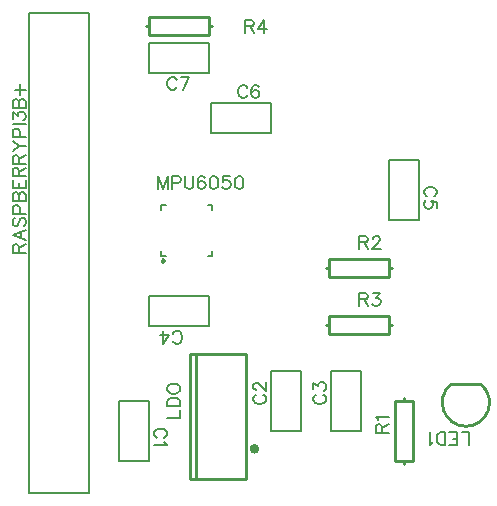
<source format=gto>
G04 Layer: TopSilkLayer*
G04 EasyEDA v6.3.38, 2020-04-19T01:24:54+01:00*
G04 25926d0f09aa464bb59590b1fa944b2e,2ce125542fee449aab8aeb6989d11efb,10*
G04 Gerber Generator version 0.2*
G04 Scale: 100 percent, Rotated: No, Reflected: No *
G04 Dimensions in inches *
G04 leading zeros omitted , absolute positions ,2 integer and 4 decimal *
%FSLAX24Y24*%
%MOIN*%
G90*
G70D02*

%ADD10C,0.010000*%
%ADD18C,0.008000*%
%ADD19C,0.007870*%
%ADD20C,0.007900*%
%ADD21C,0.009840*%
%ADD22C,0.015748*%
%ADD23C,0.006000*%

%LPD*%
G54D10*
G01X13250Y3250D02*
G01X13250Y3350D01*
G01X13250Y1250D02*
G01X13250Y1150D01*
G01X13250Y3250D02*
G01X13550Y3250D01*
G01X12950Y3250D02*
G01X13250Y3250D01*
G01X12950Y1250D02*
G01X12950Y3250D01*
G01X13250Y1250D02*
G01X12950Y1250D01*
G01X13550Y1250D02*
G01X13250Y1250D01*
G01X13550Y3250D02*
G01X13550Y1250D01*
G01X10750Y5800D02*
G01X10650Y5800D01*
G01X12750Y5800D02*
G01X12850Y5800D01*
G01X10750Y5800D02*
G01X10750Y6100D01*
G01X10750Y5500D02*
G01X10750Y5800D01*
G01X12750Y5500D02*
G01X10750Y5500D01*
G01X12750Y5800D02*
G01X12750Y5500D01*
G01X12750Y6100D02*
G01X12750Y5800D01*
G01X10750Y6100D02*
G01X12750Y6100D01*
G01X4750Y15750D02*
G01X4650Y15750D01*
G01X6750Y15750D02*
G01X6850Y15750D01*
G01X4750Y15750D02*
G01X4750Y16050D01*
G01X4750Y15450D02*
G01X4750Y15750D01*
G01X6750Y15450D02*
G01X4750Y15450D01*
G01X6750Y15750D02*
G01X6750Y15450D01*
G01X6750Y16050D02*
G01X6750Y15750D01*
G01X4750Y16050D02*
G01X6750Y16050D01*
G01X10750Y7700D02*
G01X10650Y7700D01*
G01X12750Y7700D02*
G01X12850Y7700D01*
G01X10750Y7700D02*
G01X10750Y8000D01*
G01X10750Y7400D02*
G01X10750Y7700D01*
G01X12750Y7400D02*
G01X10750Y7400D01*
G01X12750Y7700D02*
G01X12750Y7400D01*
G01X12750Y8000D02*
G01X12750Y7700D01*
G01X10750Y8000D02*
G01X12750Y8000D01*
G54D18*
G01X750Y200D02*
G01X2750Y200D01*
G01X2750Y16200D01*
G01X750Y16200D01*
G01X750Y200D01*
G54D10*
G01X15800Y3811D02*
G01X14796Y3814D01*
G54D19*
G01X6688Y8103D02*
G01X6846Y8103D01*
G01X6846Y8261D01*
G01X6846Y9638D02*
G01X6846Y9796D01*
G01X6688Y9796D01*
G01X5311Y9796D02*
G01X5153Y9796D01*
G01X5153Y9638D01*
G01X5311Y8103D02*
G01X5153Y8103D01*
G01X5153Y8261D01*
G54D20*
G01X4748Y1251D02*
G01X4748Y3251D01*
G01X3748Y3251D01*
G01X3748Y1251D01*
G01X4748Y1251D01*
G01X8801Y4248D02*
G01X8801Y2248D01*
G01X9801Y2248D01*
G01X9801Y4248D01*
G01X8801Y4248D01*
G01X10801Y4248D02*
G01X10801Y2248D01*
G01X11801Y2248D01*
G01X11801Y4248D01*
G01X10801Y4248D01*
G01X4751Y5751D02*
G01X6751Y5751D01*
G01X6751Y6751D01*
G01X4751Y6751D01*
G01X4751Y5751D01*
G01X13748Y9301D02*
G01X13748Y11301D01*
G01X12748Y11301D01*
G01X12748Y9301D01*
G01X13748Y9301D01*
G01X8798Y13198D02*
G01X6798Y13198D01*
G01X6798Y12198D01*
G01X8798Y12198D01*
G01X8798Y13198D01*
G01X6748Y15198D02*
G01X4748Y15198D01*
G01X4748Y14198D01*
G01X6748Y14198D01*
G01X6748Y15198D01*
G54D10*
G01X6294Y4836D02*
G01X6294Y663D01*
G01X6098Y663D02*
G01X6098Y4836D01*
G01X7986Y4836D01*
G01X7986Y663D01*
G01X6100Y663D01*
G01X6098Y663D01*
G54D23*
G01X12296Y2200D02*
G01X12725Y2200D01*
G01X12296Y2200D02*
G01X12296Y2384D01*
G01X12315Y2444D01*
G01X12336Y2465D01*
G01X12378Y2486D01*
G01X12419Y2486D01*
G01X12459Y2465D01*
G01X12480Y2444D01*
G01X12500Y2384D01*
G01X12500Y2200D01*
G01X12500Y2342D02*
G01X12725Y2486D01*
G01X12378Y2621D02*
G01X12357Y2661D01*
G01X12296Y2723D01*
G01X12725Y2723D01*
G01X11750Y6853D02*
G01X11750Y6425D01*
G01X11750Y6853D02*
G01X11934Y6853D01*
G01X11994Y6834D01*
G01X12015Y6813D01*
G01X12036Y6771D01*
G01X12036Y6730D01*
G01X12015Y6690D01*
G01X11994Y6669D01*
G01X11934Y6650D01*
G01X11750Y6650D01*
G01X11892Y6650D02*
G01X12036Y6425D01*
G01X12211Y6853D02*
G01X12436Y6853D01*
G01X12315Y6690D01*
G01X12376Y6690D01*
G01X12417Y6669D01*
G01X12436Y6650D01*
G01X12457Y6588D01*
G01X12457Y6546D01*
G01X12436Y6486D01*
G01X12396Y6444D01*
G01X12334Y6425D01*
G01X12273Y6425D01*
G01X12211Y6444D01*
G01X12192Y6465D01*
G01X12171Y6505D01*
G01X7950Y15953D02*
G01X7950Y15525D01*
G01X7950Y15953D02*
G01X8134Y15953D01*
G01X8194Y15934D01*
G01X8215Y15913D01*
G01X8236Y15871D01*
G01X8236Y15830D01*
G01X8215Y15790D01*
G01X8194Y15769D01*
G01X8134Y15750D01*
G01X7950Y15750D01*
G01X8092Y15750D02*
G01X8236Y15525D01*
G01X8576Y15953D02*
G01X8371Y15667D01*
G01X8678Y15667D01*
G01X8576Y15953D02*
G01X8576Y15525D01*
G01X11750Y8753D02*
G01X11750Y8325D01*
G01X11750Y8753D02*
G01X11934Y8753D01*
G01X11994Y8734D01*
G01X12015Y8713D01*
G01X12036Y8671D01*
G01X12036Y8630D01*
G01X12015Y8590D01*
G01X11994Y8569D01*
G01X11934Y8550D01*
G01X11750Y8550D01*
G01X11892Y8550D02*
G01X12036Y8325D01*
G01X12192Y8651D02*
G01X12192Y8671D01*
G01X12211Y8713D01*
G01X12232Y8734D01*
G01X12273Y8753D01*
G01X12355Y8753D01*
G01X12396Y8734D01*
G01X12417Y8713D01*
G01X12436Y8671D01*
G01X12436Y8630D01*
G01X12417Y8590D01*
G01X12376Y8528D01*
G01X12171Y8325D01*
G01X12457Y8325D01*
G01X196Y8200D02*
G01X625Y8200D01*
G01X196Y8200D02*
G01X196Y8384D01*
G01X215Y8444D01*
G01X236Y8465D01*
G01X278Y8486D01*
G01X319Y8486D01*
G01X359Y8465D01*
G01X380Y8444D01*
G01X400Y8384D01*
G01X400Y8200D01*
G01X400Y8342D02*
G01X625Y8486D01*
G01X196Y8784D02*
G01X625Y8621D01*
G01X196Y8784D02*
G01X625Y8948D01*
G01X482Y8682D02*
G01X482Y8886D01*
G01X257Y9369D02*
G01X215Y9328D01*
G01X196Y9267D01*
G01X196Y9186D01*
G01X215Y9125D01*
G01X257Y9084D01*
G01X298Y9084D01*
G01X338Y9103D01*
G01X359Y9125D01*
G01X380Y9165D01*
G01X421Y9288D01*
G01X440Y9328D01*
G01X461Y9350D01*
G01X503Y9369D01*
G01X563Y9369D01*
G01X605Y9328D01*
G01X625Y9267D01*
G01X625Y9186D01*
G01X605Y9125D01*
G01X563Y9084D01*
G01X196Y9505D02*
G01X625Y9505D01*
G01X196Y9505D02*
G01X196Y9688D01*
G01X215Y9750D01*
G01X236Y9771D01*
G01X278Y9790D01*
G01X338Y9790D01*
G01X380Y9771D01*
G01X400Y9750D01*
G01X421Y9688D01*
G01X421Y9505D01*
G01X196Y9926D02*
G01X625Y9926D01*
G01X196Y9926D02*
G01X196Y10109D01*
G01X215Y10171D01*
G01X236Y10192D01*
G01X278Y10213D01*
G01X319Y10213D01*
G01X359Y10192D01*
G01X380Y10171D01*
G01X400Y10109D01*
G01X400Y9926D02*
G01X400Y10109D01*
G01X421Y10171D01*
G01X440Y10192D01*
G01X482Y10213D01*
G01X544Y10213D01*
G01X584Y10192D01*
G01X605Y10171D01*
G01X625Y10109D01*
G01X625Y9926D01*
G01X196Y10348D02*
G01X625Y10348D01*
G01X196Y10348D02*
G01X196Y10613D01*
G01X400Y10348D02*
G01X400Y10511D01*
G01X625Y10348D02*
G01X625Y10613D01*
G01X196Y10748D02*
G01X625Y10748D01*
G01X196Y10748D02*
G01X196Y10932D01*
G01X215Y10994D01*
G01X236Y11015D01*
G01X278Y11034D01*
G01X319Y11034D01*
G01X359Y11015D01*
G01X380Y10994D01*
G01X400Y10932D01*
G01X400Y10748D01*
G01X400Y10892D02*
G01X625Y11034D01*
G01X196Y11169D02*
G01X625Y11169D01*
G01X196Y11169D02*
G01X196Y11353D01*
G01X215Y11415D01*
G01X236Y11436D01*
G01X278Y11455D01*
G01X319Y11455D01*
G01X359Y11436D01*
G01X380Y11415D01*
G01X400Y11353D01*
G01X400Y11169D01*
G01X400Y11313D02*
G01X625Y11455D01*
G01X196Y11590D02*
G01X400Y11755D01*
G01X625Y11755D01*
G01X196Y11919D02*
G01X400Y11755D01*
G01X196Y12053D02*
G01X625Y12053D01*
G01X196Y12053D02*
G01X196Y12238D01*
G01X215Y12298D01*
G01X236Y12319D01*
G01X278Y12340D01*
G01X338Y12340D01*
G01X380Y12319D01*
G01X400Y12298D01*
G01X421Y12238D01*
G01X421Y12053D01*
G01X196Y12475D02*
G01X625Y12475D01*
G01X196Y12651D02*
G01X196Y12876D01*
G01X359Y12753D01*
G01X359Y12815D01*
G01X380Y12855D01*
G01X400Y12876D01*
G01X461Y12896D01*
G01X503Y12896D01*
G01X563Y12876D01*
G01X605Y12834D01*
G01X625Y12773D01*
G01X625Y12711D01*
G01X605Y12651D01*
G01X584Y12630D01*
G01X544Y12609D01*
G01X196Y13030D02*
G01X625Y13030D01*
G01X196Y13030D02*
G01X196Y13215D01*
G01X215Y13276D01*
G01X236Y13296D01*
G01X278Y13317D01*
G01X319Y13317D01*
G01X359Y13296D01*
G01X380Y13276D01*
G01X400Y13215D01*
G01X400Y13030D02*
G01X400Y13215D01*
G01X421Y13276D01*
G01X440Y13296D01*
G01X482Y13317D01*
G01X544Y13317D01*
G01X584Y13296D01*
G01X605Y13276D01*
G01X625Y13215D01*
G01X625Y13030D01*
G01X257Y13636D02*
G01X625Y13636D01*
G01X440Y13453D02*
G01X440Y13821D01*
G01X15400Y1796D02*
G01X15400Y2225D01*
G01X15400Y2225D02*
G01X15155Y2225D01*
G01X15019Y1796D02*
G01X15019Y2225D01*
G01X15019Y1796D02*
G01X14753Y1796D01*
G01X15019Y2000D02*
G01X14855Y2000D01*
G01X15019Y2225D02*
G01X14753Y2225D01*
G01X14619Y1796D02*
G01X14619Y2225D01*
G01X14619Y1796D02*
G01X14475Y1796D01*
G01X14413Y1815D01*
G01X14373Y1857D01*
G01X14353Y1898D01*
G01X14332Y1959D01*
G01X14332Y2061D01*
G01X14353Y2123D01*
G01X14373Y2163D01*
G01X14413Y2205D01*
G01X14475Y2225D01*
G01X14619Y2225D01*
G01X14196Y1878D02*
G01X14155Y1857D01*
G01X14094Y1796D01*
G01X14094Y2225D01*
G01X5050Y10753D02*
G01X5050Y10325D01*
G01X5050Y10753D02*
G01X5213Y10325D01*
G01X5376Y10753D02*
G01X5213Y10325D01*
G01X5376Y10753D02*
G01X5376Y10325D01*
G01X5511Y10753D02*
G01X5511Y10325D01*
G01X5511Y10753D02*
G01X5696Y10753D01*
G01X5757Y10734D01*
G01X5778Y10713D01*
G01X5798Y10671D01*
G01X5798Y10611D01*
G01X5778Y10569D01*
G01X5757Y10550D01*
G01X5696Y10528D01*
G01X5511Y10528D01*
G01X5934Y10753D02*
G01X5934Y10446D01*
G01X5953Y10386D01*
G01X5994Y10344D01*
G01X6055Y10325D01*
G01X6096Y10325D01*
G01X6159Y10344D01*
G01X6200Y10386D01*
G01X6219Y10446D01*
G01X6219Y10753D01*
G01X6600Y10692D02*
G01X6580Y10734D01*
G01X6519Y10753D01*
G01X6478Y10753D01*
G01X6415Y10734D01*
G01X6375Y10671D01*
G01X6355Y10569D01*
G01X6355Y10467D01*
G01X6375Y10386D01*
G01X6415Y10344D01*
G01X6478Y10325D01*
G01X6498Y10325D01*
G01X6559Y10344D01*
G01X6600Y10386D01*
G01X6621Y10446D01*
G01X6621Y10467D01*
G01X6600Y10528D01*
G01X6559Y10569D01*
G01X6498Y10590D01*
G01X6478Y10590D01*
G01X6415Y10569D01*
G01X6375Y10528D01*
G01X6355Y10467D01*
G01X6878Y10753D02*
G01X6817Y10734D01*
G01X6776Y10671D01*
G01X6755Y10569D01*
G01X6755Y10509D01*
G01X6776Y10405D01*
G01X6817Y10344D01*
G01X6878Y10325D01*
G01X6919Y10325D01*
G01X6980Y10344D01*
G01X7021Y10405D01*
G01X7042Y10509D01*
G01X7042Y10569D01*
G01X7021Y10671D01*
G01X6980Y10734D01*
G01X6919Y10753D01*
G01X6878Y10753D01*
G01X7423Y10753D02*
G01X7217Y10753D01*
G01X7198Y10569D01*
G01X7217Y10590D01*
G01X7280Y10611D01*
G01X7340Y10611D01*
G01X7401Y10590D01*
G01X7442Y10550D01*
G01X7463Y10488D01*
G01X7463Y10446D01*
G01X7442Y10386D01*
G01X7401Y10344D01*
G01X7340Y10325D01*
G01X7280Y10325D01*
G01X7217Y10344D01*
G01X7198Y10365D01*
G01X7176Y10405D01*
G01X7721Y10753D02*
G01X7659Y10734D01*
G01X7619Y10671D01*
G01X7598Y10569D01*
G01X7598Y10509D01*
G01X7619Y10405D01*
G01X7659Y10344D01*
G01X7721Y10325D01*
G01X7761Y10325D01*
G01X7823Y10344D01*
G01X7865Y10405D01*
G01X7884Y10509D01*
G01X7884Y10569D01*
G01X7865Y10671D01*
G01X7823Y10734D01*
G01X7761Y10753D01*
G01X7721Y10753D01*
G01X5232Y2032D02*
G01X5273Y2053D01*
G01X5313Y2094D01*
G01X5334Y2134D01*
G01X5334Y2217D01*
G01X5313Y2257D01*
G01X5273Y2298D01*
G01X5232Y2319D01*
G01X5169Y2340D01*
G01X5067Y2340D01*
G01X5007Y2319D01*
G01X4965Y2298D01*
G01X4925Y2257D01*
G01X4905Y2217D01*
G01X4905Y2134D01*
G01X4925Y2094D01*
G01X4965Y2053D01*
G01X5007Y2032D01*
G01X5251Y1898D02*
G01X5273Y1857D01*
G01X5334Y1796D01*
G01X4905Y1796D01*
G01X8317Y3467D02*
G01X8276Y3446D01*
G01X8236Y3405D01*
G01X8215Y3365D01*
G01X8215Y3282D01*
G01X8236Y3242D01*
G01X8276Y3201D01*
G01X8317Y3180D01*
G01X8380Y3159D01*
G01X8482Y3159D01*
G01X8542Y3180D01*
G01X8584Y3201D01*
G01X8625Y3242D01*
G01X8644Y3282D01*
G01X8644Y3365D01*
G01X8625Y3405D01*
G01X8584Y3446D01*
G01X8542Y3467D01*
G01X8317Y3621D02*
G01X8298Y3621D01*
G01X8257Y3642D01*
G01X8236Y3663D01*
G01X8215Y3703D01*
G01X8215Y3786D01*
G01X8236Y3826D01*
G01X8257Y3846D01*
G01X8298Y3867D01*
G01X8338Y3867D01*
G01X8380Y3846D01*
G01X8440Y3805D01*
G01X8644Y3601D01*
G01X8644Y3888D01*
G01X10317Y3467D02*
G01X10276Y3446D01*
G01X10236Y3405D01*
G01X10215Y3365D01*
G01X10215Y3282D01*
G01X10236Y3242D01*
G01X10276Y3201D01*
G01X10317Y3180D01*
G01X10380Y3159D01*
G01X10482Y3159D01*
G01X10542Y3180D01*
G01X10584Y3201D01*
G01X10625Y3242D01*
G01X10644Y3282D01*
G01X10644Y3365D01*
G01X10625Y3405D01*
G01X10584Y3446D01*
G01X10542Y3467D01*
G01X10215Y3642D02*
G01X10215Y3867D01*
G01X10380Y3744D01*
G01X10380Y3805D01*
G01X10400Y3846D01*
G01X10419Y3867D01*
G01X10482Y3888D01*
G01X10523Y3888D01*
G01X10584Y3867D01*
G01X10625Y3826D01*
G01X10644Y3765D01*
G01X10644Y3703D01*
G01X10625Y3642D01*
G01X10605Y3621D01*
G01X10563Y3601D01*
G01X5532Y5267D02*
G01X5553Y5226D01*
G01X5594Y5186D01*
G01X5634Y5165D01*
G01X5717Y5165D01*
G01X5757Y5186D01*
G01X5798Y5226D01*
G01X5819Y5267D01*
G01X5840Y5330D01*
G01X5840Y5432D01*
G01X5819Y5492D01*
G01X5798Y5534D01*
G01X5757Y5575D01*
G01X5717Y5594D01*
G01X5634Y5594D01*
G01X5594Y5575D01*
G01X5553Y5534D01*
G01X5532Y5492D01*
G01X5194Y5165D02*
G01X5398Y5451D01*
G01X5090Y5451D01*
G01X5194Y5165D02*
G01X5194Y5594D01*
G01X14232Y10082D02*
G01X14273Y10103D01*
G01X14313Y10144D01*
G01X14334Y10184D01*
G01X14334Y10267D01*
G01X14313Y10307D01*
G01X14273Y10348D01*
G01X14232Y10369D01*
G01X14169Y10390D01*
G01X14067Y10390D01*
G01X14007Y10369D01*
G01X13965Y10348D01*
G01X13925Y10307D01*
G01X13905Y10267D01*
G01X13905Y10184D01*
G01X13925Y10144D01*
G01X13965Y10103D01*
G01X14007Y10082D01*
G01X14334Y9703D02*
G01X14334Y9907D01*
G01X14150Y9928D01*
G01X14169Y9907D01*
G01X14190Y9846D01*
G01X14190Y9784D01*
G01X14169Y9723D01*
G01X14130Y9682D01*
G01X14067Y9661D01*
G01X14026Y9661D01*
G01X13965Y9682D01*
G01X13925Y9723D01*
G01X13905Y9784D01*
G01X13905Y9846D01*
G01X13925Y9907D01*
G01X13944Y9928D01*
G01X13986Y9948D01*
G01X8017Y13682D02*
G01X7996Y13723D01*
G01X7955Y13763D01*
G01X7915Y13784D01*
G01X7832Y13784D01*
G01X7792Y13763D01*
G01X7751Y13723D01*
G01X7730Y13682D01*
G01X7709Y13619D01*
G01X7709Y13517D01*
G01X7730Y13457D01*
G01X7751Y13415D01*
G01X7792Y13375D01*
G01X7832Y13355D01*
G01X7915Y13355D01*
G01X7955Y13375D01*
G01X7996Y13415D01*
G01X8017Y13457D01*
G01X8396Y13723D02*
G01X8376Y13763D01*
G01X8315Y13784D01*
G01X8275Y13784D01*
G01X8213Y13763D01*
G01X8171Y13701D01*
G01X8151Y13600D01*
G01X8151Y13498D01*
G01X8171Y13415D01*
G01X8213Y13375D01*
G01X8275Y13355D01*
G01X8294Y13355D01*
G01X8355Y13375D01*
G01X8396Y13415D01*
G01X8417Y13476D01*
G01X8417Y13498D01*
G01X8396Y13559D01*
G01X8355Y13600D01*
G01X8294Y13619D01*
G01X8275Y13619D01*
G01X8213Y13600D01*
G01X8171Y13559D01*
G01X8151Y13498D01*
G01X5657Y13951D02*
G01X5636Y13992D01*
G01X5594Y14034D01*
G01X5555Y14053D01*
G01X5473Y14053D01*
G01X5432Y14034D01*
G01X5390Y13992D01*
G01X5369Y13951D01*
G01X5350Y13890D01*
G01X5350Y13788D01*
G01X5369Y13726D01*
G01X5390Y13686D01*
G01X5432Y13644D01*
G01X5473Y13625D01*
G01X5555Y13625D01*
G01X5594Y13644D01*
G01X5636Y13686D01*
G01X5657Y13726D01*
G01X6078Y14053D02*
G01X5873Y13625D01*
G01X5792Y14053D02*
G01X6078Y14053D01*
G01X5346Y2700D02*
G01X5775Y2700D01*
G01X5775Y2700D02*
G01X5775Y2944D01*
G01X5346Y3080D02*
G01X5775Y3080D01*
G01X5346Y3080D02*
G01X5346Y3223D01*
G01X5365Y3284D01*
G01X5407Y3326D01*
G01X5448Y3346D01*
G01X5509Y3367D01*
G01X5611Y3367D01*
G01X5673Y3346D01*
G01X5713Y3326D01*
G01X5755Y3284D01*
G01X5775Y3223D01*
G01X5775Y3080D01*
G01X5346Y3625D02*
G01X5365Y3584D01*
G01X5407Y3542D01*
G01X5448Y3521D01*
G01X5509Y3501D01*
G01X5611Y3501D01*
G01X5673Y3521D01*
G01X5713Y3542D01*
G01X5755Y3584D01*
G01X5775Y3625D01*
G01X5775Y3705D01*
G01X5755Y3746D01*
G01X5713Y3788D01*
G01X5673Y3809D01*
G01X5611Y3828D01*
G01X5509Y3828D01*
G01X5448Y3809D01*
G01X5407Y3788D01*
G01X5365Y3746D01*
G01X5346Y3705D01*
G01X5346Y3625D01*
G54D10*
G75*
G01X14802Y3812D02*
G03X15800Y3812I499J-609D01*
G01*
G54D21*
G75*
G01X5213Y7976D02*
G03X5215Y7976I-2J-50D01*
G01*
G54D22*
G75*
G01X8170Y1660D02*
G03X8170Y1661I79J1D01*
G01*
M00*
M02*

</source>
